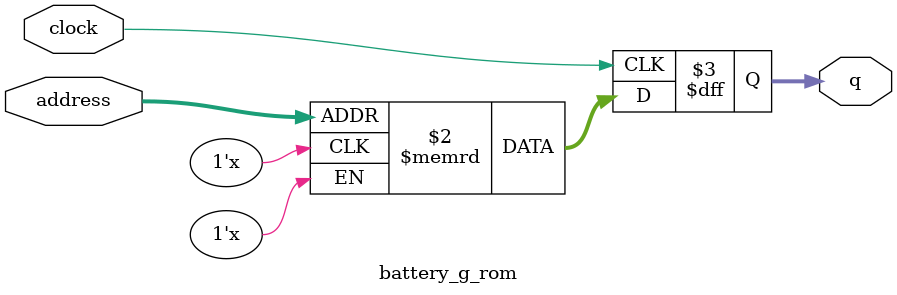
<source format=sv>
module battery_g_rom (
	input logic clock,
	input logic [10:0] address,
	output logic [3:0] q
);

logic [3:0] memory [0:1363] /* synthesis ram_init_file = "./battery_g/battery_g.mif" */;

always_ff @ (posedge clock) begin
	q <= memory[address];
end

endmodule

</source>
